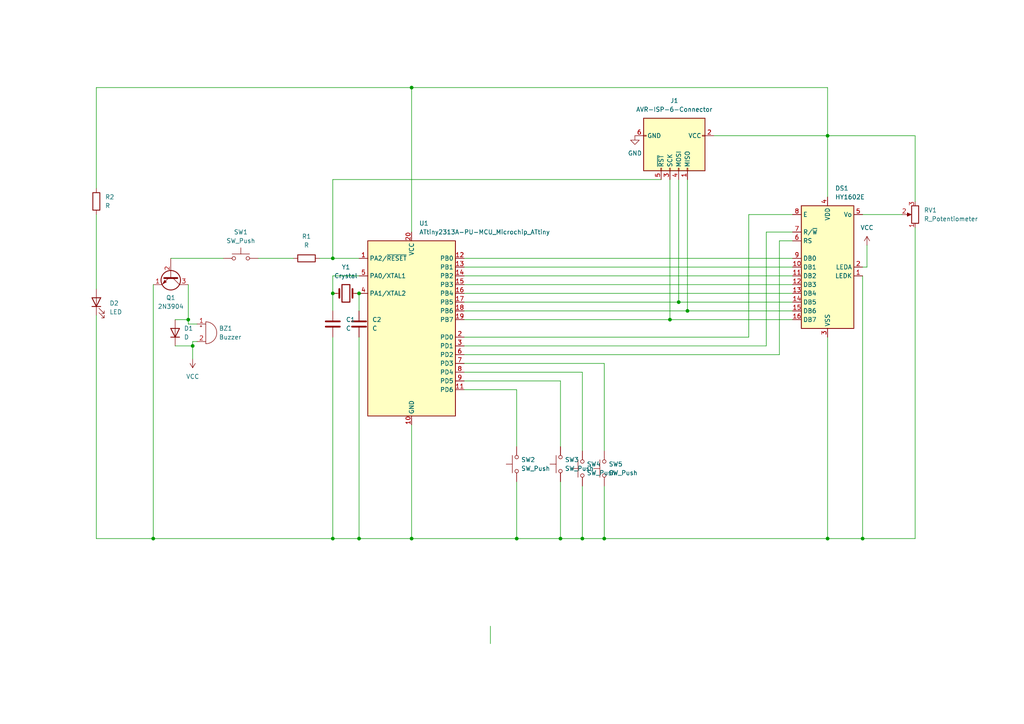
<source format=kicad_sch>
(kicad_sch (version 20230121) (generator eeschema)
  (paper "A4")
  (lib_symbols
    (symbol "Device:Buzzer" (pin_names (offset 0.0254) hide)
      (property "Reference" "BZ" (at 3.81 1.27 0))
      (property "Value" "Buzzer" (at 3.81 -1.27 0))
      (symbol "Buzzer_0_1"
        (arc (start 0 -3.175) (mid 3.1612 0) (end 0 3.175))
        (polyline (pts (xy -1.651 1.905) (xy -1.143 1.905)))
        (polyline (pts (xy -1.397 2.159) (xy -1.397 1.651)))
        (polyline (pts (xy 0 3.175) (xy 0 -3.175)))
      )
      (symbol "Buzzer_1_1"
        (pin passive line (at -2.54 2.54 0) (length 2.54) (name "-") (number "1"))
        (pin passive line (at -2.54 -2.54 0) (length 2.54) (name "+") (number "2"))
      )
    )
    (symbol "Device:C" (pin_numbers hide) (pin_names (offset 0.254))
      (property "Reference" "C" (at 0.635 2.54 0))
      (property "Value" "C" (at 0.635 -2.54 0))
      (symbol "C_0_1"
        (polyline (pts (xy -2.032 -0.762) (xy 2.032 -0.762)) (stroke (width 0.508)))
        (polyline (pts (xy -2.032 0.762) (xy 2.032 0.762)) (stroke (width 0.508)))
      )
      (symbol "C_1_1"
        (pin passive line (at 0 3.81 270) (length 2.794) (name "~") (number "1"))
        (pin passive line (at 0 -3.81 90) (length 2.794) (name "~") (number "2"))
      )
    )
    (symbol "Device:Crystal" (pin_numbers hide) (pin_names (offset 1.016) hide)
      (property "Reference" "Y" (at 0 3.81 0))
      (property "Value" "Crystal" (at 0 -3.81 0))
      (symbol "Crystal_0_1"
        (rectangle (start -1.143 2.54) (end 1.143 -2.54) (stroke (width 0.3048)))
        (polyline (pts (xy -2.54 0) (xy -1.905 0)))
        (polyline (pts (xy -1.905 -1.27) (xy -1.905 1.27)) (stroke (width 0.508)))
        (polyline (pts (xy 1.905 -1.27) (xy 1.905 1.27)) (stroke (width 0.508)))
        (polyline (pts (xy 2.54 0) (xy 1.905 0)))
      )
      (symbol "Crystal_1_1"
        (pin passive line (at -3.81 0 0) (length 1.27) (name "1") (number "1"))
        (pin passive line (at 3.81 0 180) (length 1.27) (name "2") (number "2"))
      )
    )
    (symbol "Device:D" (pin_numbers hide) (pin_names (offset 1.016) hide)
      (property "Reference" "D" (at 0 2.54 0))
      (property "Value" "D" (at 0 -2.54 0))
      (symbol "D_0_1"
        (polyline (pts (xy -1.27 1.27) (xy -1.27 -1.27)) (stroke (width 0.254)))
        (polyline (pts (xy 1.27 0) (xy -1.27 0)))
        (polyline (pts (xy 1.27 1.27) (xy 1.27 -1.27) (xy -1.27 0) (xy 1.27 1.27)) (stroke (width 0.254)))
      )
      (symbol "D_1_1"
        (pin passive line (at -3.81 0 0) (length 2.54) (name "K") (number "1"))
        (pin passive line (at 3.81 0 180) (length 2.54) (name "A") (number "2"))
      )
    )
    (symbol "Device:LED" (pin_numbers hide) (pin_names (offset 1.016) hide)
      (property "Reference" "D" (at 0 2.54 0))
      (property "Value" "LED" (at 0 -2.54 0))
      (symbol "LED_0_1"
        (polyline (pts (xy -1.27 -1.27) (xy -1.27 1.27)) (stroke (width 0.254)))
        (polyline (pts (xy -1.27 0) (xy 1.27 0)))
        (polyline (pts (xy 1.27 -1.27) (xy 1.27 1.27) (xy -1.27 0) (xy 1.27 -1.27)) (stroke (width 0.254)))
        (polyline (pts (xy -3.048 -0.762) (xy -4.572 -2.286) (xy -3.81 -2.286) (xy -4.572 -2.286) (xy -4.572 -1.524)))
        (polyline (pts (xy -1.778 -0.762) (xy -3.302 -2.286) (xy -2.54 -2.286) (xy -3.302 -2.286) (xy -3.302 -1.524)))
      )
      (symbol "LED_1_1"
        (pin passive line (at -3.81 0 0) (length 2.54) (name "K") (number "1"))
        (pin passive line (at 3.81 0 180) (length 2.54) (name "A") (number "2"))
      )
    )
    (symbol "Device:R" (pin_numbers hide) (pin_names (offset 0))
      (property "Reference" "R" (at 2.032 0 90))
      (property "Value" "R" (at 0 0 90))
      (symbol "R_0_1"
        (rectangle (start -1.016 -2.54) (end 1.016 2.54) (stroke (width 0.254)))
      )
      (symbol "R_1_1"
        (pin passive line (at 0 3.81 270) (length 1.27) (name "~") (number "1"))
        (pin passive line (at 0 -3.81 90) (length 1.27) (name "~") (number "2"))
      )
    )
    (symbol "Device:R_Potentiometer" (pin_names (offset 1.016) hide)
      (property "Reference" "RV" (at -4.445 0 90))
      (property "Value" "R_Potentiometer" (at -2.54 0 90))
      (symbol "R_Potentiometer_0_1"
        (polyline (pts (xy 2.54 0) (xy 1.524 0)))
        (polyline (pts (xy 1.143 0) (xy 2.286 0.508) (xy 2.286 -0.508) (xy 1.143 0)) (fill (type outline)))
        (rectangle (start 1.016 2.54) (end -1.016 -2.54) (stroke (width 0.254)))
      )
      (symbol "R_Potentiometer_1_1"
        (pin passive line (at 0 3.81 270) (length 1.27) (name "1") (number "1"))
        (pin passive line (at 3.81 0 180) (length 1.27) (name "2") (number "2"))
        (pin passive line (at 0 -3.81 90) (length 1.27) (name "3") (number "3"))
      )
    )
    (symbol "Display_Character:HY1602E"
      (property "Reference" "DS" (at -6.096 19.05 0))
      (property "Value" "HY1602E" (at 5.08 19.05 0))
      (symbol "HY1602E_0_1"
        (rectangle (start -7.62 17.78) (end 7.62 -17.78) (stroke (width 0.254)) (fill (type background)))
      )
      (symbol "HY1602E_1_1"
        (pin passive line (at 10.16 -2.54 180) (length 2.54) (name "LEDK") (number "1"))
        (pin bidirectional line (at -10.16 0 0) (length 2.54) (name "DB1") (number "10"))
        (pin bidirectional line (at -10.16 -2.54 0) (length 2.54) (name "DB2") (number "11"))
        (pin bidirectional line (at -10.16 -5.08 0) (length 2.54) (name "DB3") (number "12"))
        (pin bidirectional line (at -10.16 -7.62 0) (length 2.54) (name "DB4") (number "13"))
        (pin bidirectional line (at -10.16 -10.16 0) (length 2.54) (name "DB5") (number "14"))
        (pin bidirectional line (at -10.16 -12.7 0) (length 2.54) (name "DB6") (number "15"))
        (pin bidirectional line (at -10.16 -15.24 0) (length 2.54) (name "DB7") (number "16"))
        (pin passive line (at 10.16 0 180) (length 2.54) (name "LEDA") (number "2"))
        (pin power_in line (at 0 -20.32 90) (length 2.54) (name "VSS") (number "3"))
        (pin power_in line (at 0 20.32 270) (length 2.54) (name "VDD") (number "4"))
        (pin input line (at 10.16 15.24 180) (length 2.54) (name "Vo") (number "5"))
        (pin input line (at -10.16 7.62 0) (length 2.54) (name "RS") (number "6"))
        (pin input line (at -10.16 10.16 0) (length 2.54) (name "R/~{W}") (number "7"))
        (pin input line (at -10.16 15.24 0) (length 2.54) (name "E") (number "8"))
        (pin bidirectional line (at -10.16 2.54 0) (length 2.54) (name "DB0") (number "9"))
      )
    )
    (symbol "Switch:SW_Push" (pin_numbers hide) (pin_names (offset 1.016) hide)
      (property "Reference" "SW" (at 1.27 2.54 0))
      (property "Value" "SW_Push" (at 0 -1.524 0))
      (symbol "SW_Push_0_1"
        (circle (center -2.032 0) (radius 0.508))
        (polyline (pts (xy 0 1.27) (xy 0 3.048)))
        (polyline (pts (xy 2.54 1.27) (xy -2.54 1.27)))
        (circle (center 2.032 0) (radius 0.508))
        (pin passive line (at -5.08 0 0) (length 2.54) (name "1") (number "1"))
        (pin passive line (at 5.08 0 180) (length 2.54) (name "2") (number "2"))
      )
    )
    (symbol "Transistor_BJT:2N3904" (pin_names (offset 0) hide)
      (property "Reference" "Q" (at 5.08 1.905 0))
      (property "Value" "2N3904" (at 5.08 0 0))
      (symbol "2N3904_0_1"
        (polyline (pts (xy 0.635 0.635) (xy 2.54 2.54)))
        (polyline (pts (xy 0.635 -0.635) (xy 2.54 -2.54) (xy 2.54 -2.54)))
        (polyline (pts (xy 0.635 1.905) (xy 0.635 -1.905) (xy 0.635 -1.905)) (stroke (width 0.508)))
        (polyline (pts (xy 1.27 -1.778) (xy 1.778 -1.27) (xy 2.286 -2.286) (xy 1.27 -1.778) (xy 1.27 -1.778)) (fill (type outline)))
        (circle (center 1.27 0) (radius 2.8194) (stroke (width 0.254)))
      )
      (symbol "2N3904_1_1"
        (pin passive line (at 2.54 -5.08 90) (length 2.54) (name "E") (number "1"))
        (pin passive line (at -5.08 0 0) (length 5.715) (name "B") (number "2"))
        (pin passive line (at 2.54 5.08 270) (length 2.54) (name "C") (number "3"))
      )
    )
    (symbol "power:GND" (power) (pin_names (offset 0))
      (property "Value" "GND" (at 0 -3.81 0))
      (symbol "GND_0_1"
        (polyline (pts (xy 0 0) (xy 0 -1.27) (xy 1.27 -1.27) (xy 0 -2.54) (xy -1.27 -1.27) (xy 0 -1.27)))
      )
      (symbol "GND_1_1"
        (pin power_in line (at 0 0 270) (length 0) hide (name "GND") (number "1"))
      )
    )
    (symbol "power:VCC" (power) (pin_names (offset 0))
      (property "Value" "VCC" (at 0 3.81 0))
      (symbol "VCC_0_1"
        (polyline (pts (xy -0.762 1.27) (xy 0 2.54)))
        (polyline (pts (xy 0 0) (xy 0 2.54)))
        (polyline (pts (xy 0 2.54) (xy 0.762 1.27)))
      )
      (symbol "VCC_1_1"
        (pin power_in line (at 0 0 90) (length 0) hide (name "VCC") (number "1"))
      )
    )
    (symbol "uwi LIBRARY:ATtiny2313A-PU-MCU_Microchip_ATtiny"
      (property "Reference" "U" (at -12.7 26.67 0))
      (property "Value" "ATtiny2313A-PU-MCU_Microchip_ATtiny" (at 2.54 -26.67 0))
      (symbol "ATtiny2313A-PU-MCU_Microchip_ATtiny_0_1"
        (rectangle (start -12.7 -25.4) (end 12.7 25.4) (stroke (width 0.254)) (fill (type background)))
      )
      (symbol "ATtiny2313A-PU-MCU_Microchip_ATtiny_1_1"
        (pin bidirectional line (at -15.24 20.32 0) (length 2.54) (name "PA2/~{RESET}") (number "1"))
        (pin power_in line (at 0 -27.94 90) (length 2.54) (name "GND") (number "10"))
        (pin bidirectional line (at 15.24 -17.78 180) (length 2.54) (name "PD6") (number "11"))
        (pin bidirectional line (at 15.24 20.32 180) (length 2.54) (name "PB0") (number "12"))
        (pin bidirectional line (at 15.24 17.78 180) (length 2.54) (name "PB1") (number "13"))
        (pin bidirectional line (at 15.24 15.24 180) (length 2.54) (name "PB2") (number "14"))
        (pin bidirectional line (at 15.24 12.7 180) (length 2.54) (name "PB3") (number "15"))
        (pin bidirectional line (at 15.24 10.16 180) (length 2.54) (name "PB4") (number "16"))
        (pin bidirectional line (at 15.24 7.62 180) (length 2.54) (name "PB5") (number "17"))
        (pin bidirectional line (at 15.24 5.08 180) (length 2.54) (name "PB6") (number "18"))
        (pin bidirectional line (at 15.24 2.54 180) (length 2.54) (name "PB7") (number "19"))
        (pin bidirectional line (at 15.24 -2.54 180) (length 2.54) (name "PD0") (number "2"))
        (pin power_in line (at 0 27.94 270) (length 2.54) (name "VCC") (number "20"))
        (pin bidirectional line (at 15.24 -5.08 180) (length 2.54) (name "PD1") (number "3"))
        (pin bidirectional line (at -15.24 10.16 0) (length 2.54) (name "PA1/XTAL2") (number "4"))
        (pin bidirectional line (at -15.24 15.24 0) (length 2.54) (name "PA0/XTAL1") (number "5"))
        (pin bidirectional line (at 15.24 -7.62 180) (length 2.54) (name "PD2") (number "6"))
        (pin bidirectional line (at 15.24 -10.16 180) (length 2.54) (name "PD3") (number "7"))
        (pin bidirectional line (at 15.24 -12.7 180) (length 2.54) (name "PD4") (number "8"))
        (pin bidirectional line (at 15.24 -15.24 180) (length 2.54) (name "PD5") (number "9"))
      )
    )
    (symbol "uwi LIBRARY:AVR-ISP-6-Connector" (pin_names (offset 1.016))
      (property "Reference" "J" (at -6.35 11.43 0))
      (property "Value" "AVR-ISP-6-Connector" (at 0 11.43 0))
      (symbol "AVR-ISP-6-Connector_0_1"
        (rectangle (start -2.667 -6.858) (end -2.413 -7.62))
        (rectangle (start -2.667 10.16) (end -2.413 9.398))
        (rectangle (start 7.62 -2.413) (end 6.858 -2.667))
        (rectangle (start 7.62 0.127) (end 6.858 -0.127))
        (rectangle (start 7.62 2.667) (end 6.858 2.413))
        (rectangle (start 7.62 5.207) (end 6.858 4.953))
        (rectangle (start 7.62 10.16) (end -7.62 -7.62) (stroke (width 0.254)) (fill (type background)))
      )
      (symbol "AVR-ISP-6-Connector_1_1"
        (pin passive line (at 10.16 5.08 180) (length 2.54) (name "MISO") (number "1"))
        (pin passive line (at -2.54 12.7 270) (length 2.54) (name "VCC") (number "2"))
        (pin passive line (at 10.16 0 180) (length 2.54) (name "SCK") (number "3"))
        (pin passive line (at 10.16 2.54 180) (length 2.54) (name "MOSI") (number "4"))
        (pin passive line (at 10.16 -2.54 180) (length 2.54) (name "~{RST}") (number "5"))
        (pin passive line (at -2.54 -10.16 90) (length 2.54) (name "GND") (number "6"))
      )
    )
  )
  (junction (at 240.03 39.37))
  (junction (at 119.38 156.21))
  (junction (at 162.56 156.21))
  (junction (at 119.38 25.4))
  (junction (at 54.61 92.71))
  (junction (at 96.52 74.93))
  (junction (at 96.52 156.21))
  (junction (at 96.52 85.09))
  (junction (at 175.26 156.21))
  (junction (at 168.91 156.21))
  (junction (at 194.31 92.71))
  (junction (at 104.14 85.09))
  (junction (at 55.88 100.33))
  (junction (at 149.86 156.21))
  (junction (at 199.39 90.17))
  (junction (at 196.85 87.63))
  (junction (at 104.14 156.21))
  (junction (at 240.03 156.21))
  (junction (at 44.45 156.21))
  (junction (at 250.19 156.21))
  (wire (pts (xy 217.17 62.23) (xy 217.17 97.79)))
  (wire (pts (xy 265.43 66.04) (xy 265.43 156.21)))
  (wire (pts (xy 44.45 82.55) (xy 44.45 156.21)))
  (wire (pts (xy 50.8 92.71) (xy 54.61 92.71)))
  (wire (pts (xy 54.61 82.55) (xy 54.61 92.71)))
  (wire (pts (xy 55.88 100.33) (xy 55.88 104.14)))
  (wire (pts (xy 54.61 93.98) (xy 57.15 93.98)))
  (wire (pts (xy 74.93 74.93) (xy 85.09 74.93)))
  (wire (pts (xy 96.52 97.79) (xy 96.52 156.21)))
  (wire (pts (xy 175.26 140.97) (xy 175.26 156.21)))
  (wire (pts (xy 134.62 90.17) (xy 199.39 90.17)))
  (wire (pts (xy 229.87 67.31) (xy 222.25 67.31)))
  (wire (pts (xy 196.85 52.07) (xy 196.85 87.63)))
  (wire (pts (xy 250.19 156.21) (xy 265.43 156.21)))
  (wire (pts (xy 119.38 25.4) (xy 240.03 25.4)))
  (wire (pts (xy 162.56 110.49) (xy 162.56 129.54)))
  (wire (pts (xy 134.62 107.95) (xy 168.91 107.95)))
  (wire (pts (xy 168.91 156.21) (xy 175.26 156.21)))
  (wire (pts (xy 96.52 85.09) (xy 96.52 90.17)))
  (wire (pts (xy 119.38 123.19) (xy 119.38 156.21)))
  (wire (pts (xy 222.25 67.31) (xy 222.25 100.33)))
  (wire (pts (xy 240.03 39.37) (xy 240.03 57.15)))
  (wire (pts (xy 194.31 92.71) (xy 229.87 92.71)))
  (wire (pts (xy 134.62 87.63) (xy 196.85 87.63)))
  (wire (pts (xy 250.19 77.47) (xy 251.46 77.47)))
  (wire (pts (xy 226.06 69.85) (xy 226.06 102.87)))
  (wire (pts (xy 222.25 100.33) (xy 134.62 100.33)))
  (wire (pts (xy 226.06 102.87) (xy 134.62 102.87)))
  (wire (pts (xy 251.46 77.47) (xy 251.46 71.12)))
  (wire (pts (xy 162.56 156.21) (xy 168.91 156.21)))
  (wire (pts (xy 240.03 156.21) (xy 175.26 156.21)))
  (wire (pts (xy 55.88 99.06) (xy 55.88 100.33)))
  (wire (pts (xy 240.03 156.21) (xy 250.19 156.21)))
  (wire (pts (xy 134.62 92.71) (xy 194.31 92.71)))
  (wire (pts (xy 54.61 92.71) (xy 54.61 93.98)))
  (wire (pts (xy 265.43 39.37) (xy 240.03 39.37)))
  (wire (pts (xy 142.24 181.61) (xy 142.24 186.69)))
  (wire (pts (xy 96.52 52.07) (xy 96.52 74.93)))
  (wire (pts (xy 49.53 74.93) (xy 64.77 74.93)))
  (wire (pts (xy 92.71 74.93) (xy 96.52 74.93)))
  (wire (pts (xy 104.14 156.21) (xy 119.38 156.21)))
  (wire (pts (xy 104.14 85.09) (xy 104.14 90.17)))
  (wire (pts (xy 134.62 113.03) (xy 149.86 113.03)))
  (wire (pts (xy 119.38 156.21) (xy 149.86 156.21)))
  (wire (pts (xy 250.19 80.01) (xy 250.19 156.21)))
  (wire (pts (xy 134.62 77.47) (xy 229.87 77.47)))
  (wire (pts (xy 199.39 52.07) (xy 199.39 90.17)))
  (wire (pts (xy 96.52 80.01) (xy 96.52 85.09)))
  (wire (pts (xy 168.91 107.95) (xy 168.91 130.81)))
  (wire (pts (xy 217.17 97.79) (xy 134.62 97.79)))
  (wire (pts (xy 149.86 113.03) (xy 149.86 129.54)))
  (wire (pts (xy 168.91 140.97) (xy 168.91 156.21)))
  (wire (pts (xy 265.43 58.42) (xy 265.43 39.37)))
  (wire (pts (xy 149.86 139.7) (xy 149.86 156.21)))
  (wire (pts (xy 149.86 156.21) (xy 162.56 156.21)))
  (wire (pts (xy 104.14 80.01) (xy 96.52 80.01)))
  (wire (pts (xy 134.62 85.09) (xy 229.87 85.09)))
  (wire (pts (xy 134.62 82.55) (xy 229.87 82.55)))
  (wire (pts (xy 27.94 62.23) (xy 27.94 83.82)))
  (wire (pts (xy 104.14 97.79) (xy 104.14 156.21)))
  (wire (pts (xy 229.87 62.23) (xy 217.17 62.23)))
  (wire (pts (xy 27.94 25.4) (xy 119.38 25.4)))
  (wire (pts (xy 194.31 52.07) (xy 194.31 92.71)))
  (wire (pts (xy 27.94 54.61) (xy 27.94 25.4)))
  (wire (pts (xy 134.62 110.49) (xy 162.56 110.49)))
  (wire (pts (xy 175.26 105.41) (xy 175.26 130.81)))
  (wire (pts (xy 44.45 156.21) (xy 96.52 156.21)))
  (wire (pts (xy 134.62 74.93) (xy 229.87 74.93)))
  (wire (pts (xy 119.38 25.4) (xy 119.38 67.31)))
  (wire (pts (xy 96.52 74.93) (xy 104.14 74.93)))
  (wire (pts (xy 55.88 99.06) (xy 57.15 99.06)))
  (wire (pts (xy 229.87 69.85) (xy 226.06 69.85)))
  (wire (pts (xy 50.8 100.33) (xy 55.88 100.33)))
  (wire (pts (xy 196.85 87.63) (xy 229.87 87.63)))
  (wire (pts (xy 27.94 91.44) (xy 27.94 156.21)))
  (wire (pts (xy 96.52 156.21) (xy 104.14 156.21)))
  (wire (pts (xy 134.62 105.41) (xy 175.26 105.41)))
  (wire (pts (xy 134.62 80.01) (xy 229.87 80.01)))
  (wire (pts (xy 240.03 97.79) (xy 240.03 156.21)))
  (wire (pts (xy 250.19 62.23) (xy 261.62 62.23)))
  (wire (pts (xy 191.77 52.07) (xy 96.52 52.07)))
  (wire (pts (xy 240.03 25.4) (xy 240.03 39.37)))
  (wire (pts (xy 162.56 139.7) (xy 162.56 156.21)))
  (wire (pts (xy 207.01 39.37) (xy 240.03 39.37)))
  (wire (pts (xy 199.39 90.17) (xy 229.87 90.17)))
  (wire (pts (xy 27.94 156.21) (xy 44.45 156.21)))
  (symbol (lib_id "power:VCC") (at 55.88 104.14 180) (unit 1)
    (property "Reference" "#PWR01" (effects hide))
    (property "Value" "VCC" (at 55.88 109.22 0))
  )
  (symbol (lib_id "Switch:SW_Push") (at 149.86 134.62 90) (unit 1)
    (property "Reference" "SW2" (at 151.13 133.35 90) (effects (justify right)))
    (property "Value" "SW_Push" (at 151.13 135.89 90) (effects (justify right)))
  )
  (symbol (lib_id "Device:LED") (at 27.94 87.63 90) (unit 1)
    (property "Reference" "D2" (at 31.75 87.9475 90) (effects (justify right)))
    (property "Value" "LED" (at 31.75 90.4875 90) (effects (justify right)))
  )
  (symbol (lib_id "Device:R") (at 27.94 58.42 180) (unit 1)
    (property "Reference" "R2" (at 30.48 57.15 0) (effects (justify right)))
    (property "Value" "R" (at 30.48 59.69 0) (effects (justify right)))
  )
  (symbol (lib_id "Device:C") (at 104.14 93.98 0) (unit 1)
    (property "Reference" "C2" (at 107.95 92.71 0) (effects (justify left)))
    (property "Value" "C" (at 107.95 95.25 0) (effects (justify left)))
  )
  (symbol (lib_id "power:VCC") (at 251.46 71.12 0) (unit 1)
    (property "Reference" "#PWR03" (effects hide))
    (property "Value" "VCC" (at 251.46 66.04 0))
  )
  (symbol (lib_id "Device:C") (at 96.52 93.98 0) (unit 1)
    (property "Reference" "C1" (at 100.33 92.71 0) (effects (justify left)))
    (property "Value" "C" (at 100.33 95.25 0) (effects (justify left)))
  )
  (symbol (lib_id "Device:R") (at 88.9 74.93 90) (unit 1)
    (property "Reference" "R1" (at 88.9 68.58 90))
    (property "Value" "R" (at 88.9 71.12 90))
  )
  (symbol (lib_id "Switch:SW_Push") (at 69.85 74.93 0) (unit 1)
    (property "Reference" "SW1" (at 69.85 67.31 0))
    (property "Value" "SW_Push" (at 69.85 69.85 0))
  )
  (symbol (lib_id "uwi LIBRARY:AVR-ISP-6-Connector") (at 194.31 41.91 270) (unit 1)
    (property "Reference" "J1" (at 195.58 29.21 90))
    (property "Value" "AVR-ISP-6-Connector" (at 195.58 31.75 90))
    (property "Footprint" "uwi_lib:ISP Connector" (effects hide))
  )
  (symbol (lib_id "Device:R_Potentiometer") (at 265.43 62.23 180) (unit 1)
    (property "Reference" "RV1" (at 267.97 60.96 0) (effects (justify right)))
    (property "Value" "R_Potentiometer" (at 267.97 63.5 0) (effects (justify right)))
  )
  (symbol (lib_id "power:GND") (at 184.15 39.37 0) (unit 1)
    (property "Reference" "#PWR02" (effects hide))
    (property "Value" "GND" (at 184.15 44.45 0))
  )
  (symbol (lib_id "Switch:SW_Push") (at 168.91 135.89 90) (unit 1)
    (property "Reference" "SW4" (at 170.18 134.62 90) (effects (justify right)))
    (property "Value" "SW_Push" (at 170.18 137.16 90) (effects (justify right)))
  )
  (symbol (lib_id "Switch:SW_Push") (at 175.26 135.89 90) (unit 1)
    (property "Reference" "SW5" (at 176.53 134.62 90) (effects (justify right)))
    (property "Value" "SW_Push" (at 176.53 137.16 90) (effects (justify right)))
  )
  (symbol (lib_id "uwi LIBRARY:ATtiny2313A-PU-MCU_Microchip_ATtiny") (at 119.38 95.25 0) (unit 1)
    (property "Reference" "U1" (at 121.5741 64.77 0) (effects (justify left)))
    (property "Value" "ATtiny2313A-PU-MCU_Microchip_ATtiny" (at 121.5741 67.31 0) (effects (justify left)))
    (property "Footprint" "uwi_lib:Attiny2313" (effects hide))
  )
  (symbol (lib_id "Switch:SW_Push") (at 162.56 134.62 90) (unit 1)
    (property "Reference" "SW3" (at 163.83 133.35 90) (effects (justify right)))
    (property "Value" "SW_Push" (at 163.83 135.89 90) (effects (justify right)))
  )
  (symbol (lib_id "Display_Character:HY1602E") (at 240.03 77.47 0) (unit 1)
    (property "Reference" "DS1" (at 242.2241 54.61 0) (effects (justify left)))
    (property "Value" "HY1602E" (at 242.2241 57.15 0) (effects (justify left)))
    (property "Footprint" "Display:HY1602E" (effects hide))
    (property "Datasheet" "http://www.icbank.com/data/ICBShop/board/HY1602E.pdf" (effects hide))
  )
  (symbol (lib_id "Device:D") (at 50.8 96.52 90) (unit 1)
    (property "Reference" "D1" (at 53.34 95.25 90) (effects (justify right)))
    (property "Value" "D" (at 53.34 97.79 90) (effects (justify right)))
    (property "Sim.Device" "D" (effects hide))
    (property "Sim.Pins" "1=K 2=A" (effects hide))
  )
  (symbol (lib_id "Device:Buzzer") (at 59.69 96.52 0) (unit 1)
    (property "Reference" "BZ1" (at 63.5 95.25 0) (effects (justify left)))
    (property "Value" "Buzzer" (at 63.5 97.79 0) (effects (justify left)))
  )
  (symbol (lib_id "Device:Crystal") (at 100.33 85.09 0) (unit 1)
    (property "Reference" "Y1" (at 100.33 77.47 0))
    (property "Value" "Crystal" (at 100.33 80.01 0))
  )
  (symbol (lib_id "Transistor_BJT:2N3904") (at 49.53 80.01 270) (unit 1)
    (property "Reference" "Q1" (at 49.53 86.36 90))
    (property "Value" "2N3904" (at 49.53 88.9 90))
    (property "Footprint" "Package_TO_SOT_THT:TO-92_Inline" (effects hide))
    (property "Datasheet" "https://www.onsemi.com/pub/Collateral/2N3903-D.PDF" (effects hide))
  )
)
</source>
